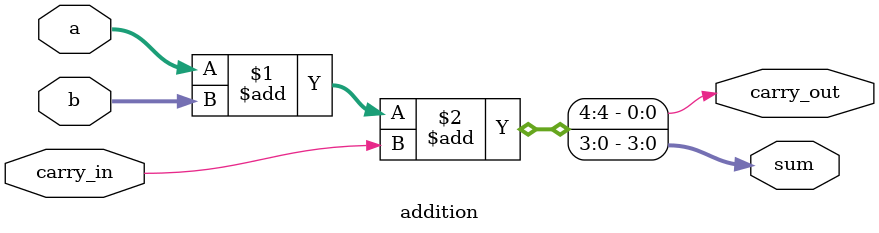
<source format=v>

module addition (
    input wire [3:0] a,
    input wire [3:0] b,
    input wire carry_in,
    output wire [3:0] sum,
    output wire carry_out
);
    assign {carry_out, sum} = a + b + carry_in; // 4-bit addition with carry
endmodule

</source>
